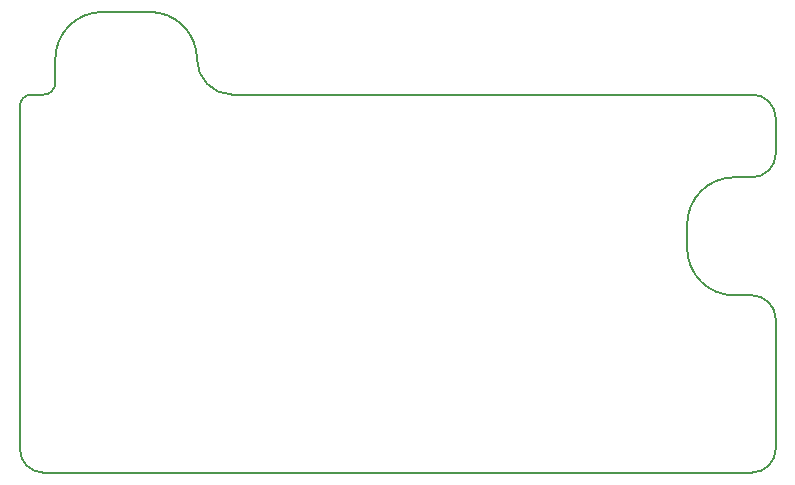
<source format=gko>
G04 #@! TF.FileFunction,Profile,NP*
%FSLAX46Y46*%
G04 Gerber Fmt 4.6, Leading zero omitted, Abs format (unit mm)*
G04 Created by KiCad (PCBNEW 4.0.7) date 08/30/19 18:47:50*
%MOMM*%
%LPD*%
G01*
G04 APERTURE LIST*
%ADD10C,0.100000*%
%ADD11C,0.150000*%
G04 APERTURE END LIST*
D10*
D11*
X181000000Y-102000000D02*
X181000000Y-113000000D01*
X177500000Y-100000000D02*
X179000000Y-100000000D01*
X177500000Y-90000000D02*
X179000000Y-90000000D01*
X173500000Y-94000000D02*
X173500000Y-96000000D01*
X181000000Y-85000000D02*
X181000000Y-88000000D01*
X181000000Y-102000000D02*
G75*
G03X179000000Y-100000000I-2000000J0D01*
G01*
X179000000Y-90000000D02*
G75*
G03X181000000Y-88000000I0J2000000D01*
G01*
X177500000Y-90000000D02*
G75*
G03X173500000Y-94000000I0J-4000000D01*
G01*
X173500000Y-96000000D02*
G75*
G03X177500000Y-100000000I4000000J0D01*
G01*
X181000000Y-85000000D02*
G75*
G03X179000000Y-83000000I-2000000J0D01*
G01*
X135000000Y-83000000D02*
X179000000Y-83000000D01*
X124000000Y-76000000D02*
X128000000Y-76000000D01*
X120000000Y-82000000D02*
X120000000Y-80000000D01*
X132000000Y-80000000D02*
G75*
G03X135000000Y-83000000I3000000J0D01*
G01*
X132000000Y-80000000D02*
G75*
G03X128000000Y-76000000I-4000000J0D01*
G01*
X124000000Y-76000000D02*
G75*
G03X120000000Y-80000000I0J-4000000D01*
G01*
X118000000Y-83000000D02*
X119000000Y-83000000D01*
X119000000Y-83000000D02*
G75*
G03X120000000Y-82000000I0J1000000D01*
G01*
X117000000Y-84000000D02*
X117000000Y-113000000D01*
X118000000Y-83000000D02*
G75*
G03X117000000Y-84000000I0J-1000000D01*
G01*
X117000000Y-113000000D02*
G75*
G03X119000000Y-115000000I2000000J0D01*
G01*
X179000000Y-115000000D02*
X119000000Y-115000000D01*
X179000000Y-115000000D02*
G75*
G03X181000000Y-113000000I0J2000000D01*
G01*
M02*

</source>
